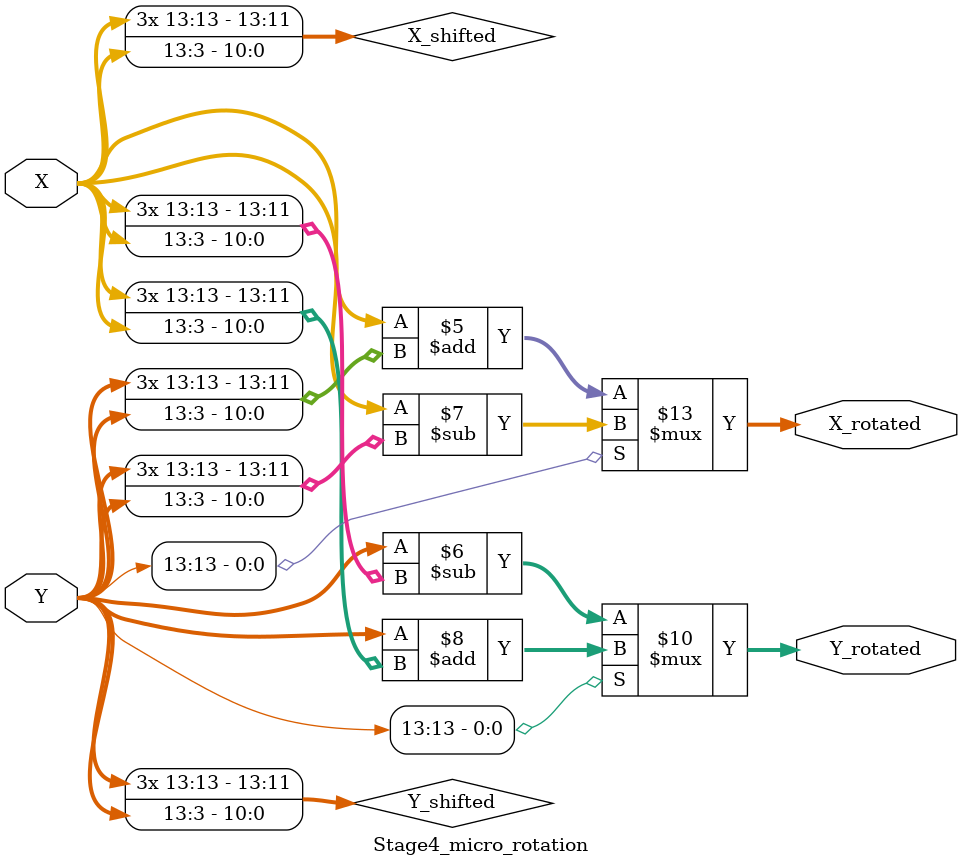
<source format=v>
`timescale 1ns / 1ps

module Stage4_micro_rotation(X, Y, X_rotated, Y_rotated);     
input [13:0] X, Y;
//input Y_signed;
output [13:0] X_rotated, Y_rotated;

// input
wire signed [13:0] X, Y;        // S1.12  (14bits)
//wire signed Y_signed;           // Y[13] = ¦P¤@­Ó stage Y ªº signed bit¡A¨M©w X¡BY ­n¥[©Î´î

// output
reg signed [13:0] X_rotated, Y_rotated;       // S1.12  (14bits)

reg signed [13:0] X_shifted, Y_shifted;

always@ (X or Y)
begin
    X_shifted = X >>> 3;          // ²Ä 4 ­Ó stage ¦V¥k¦ì²¾ 3 bits
    Y_shifted = Y >>> 3;
    
    if(Y[13] == 1'b0)
    begin
        X_rotated = X + Y_shifted;
        Y_rotated = Y - X_shifted;
    end
    
    else
    begin
        X_rotated = X - Y_shifted;
        Y_rotated = Y + X_shifted;
    end
end

endmodule

</source>
